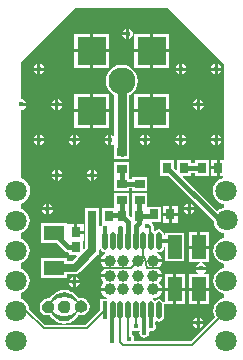
<source format=gtl>
%FSLAX44Y44*%
%MOMM*%
G71*
G01*
G75*
G04 Layer_Physical_Order=1*
G04 Layer_Color=255*
%ADD10C,0.0586*%
%ADD11R,0.8000X0.9000*%
%ADD12R,0.9000X0.8000*%
%ADD13R,1.2000X2.0000*%
%ADD14R,1.8000X1.3000*%
%ADD15R,0.4500X1.5000*%
%ADD16O,0.4500X1.5000*%
%ADD17C,0.4000*%
%ADD18C,0.2000*%
%ADD19C,0.7000*%
%ADD20C,0.3000*%
%ADD21C,0.5000*%
%ADD22C,0.8000*%
%ADD23R,2.4400X2.4400*%
%ADD24R,2.4400X2.4400*%
%ADD25C,2.3000*%
%ADD26C,1.8000*%
%ADD27C,1.0000*%
%ADD28C,0.4000*%
%ADD29C,0.5000*%
G36*
X86601Y248992D02*
Y168330D01*
X83200D01*
Y161290D01*
Y154250D01*
X86171D01*
X86237Y153250D01*
X85728Y153183D01*
X82921Y152020D01*
X80510Y150170D01*
X78660Y147760D01*
X77497Y144953D01*
X77101Y141940D01*
X77497Y138927D01*
X78660Y136120D01*
X80510Y133710D01*
X82921Y131860D01*
X85728Y130697D01*
X86601Y130582D01*
Y127632D01*
X86028Y127557D01*
X83353Y126448D01*
X81055Y124685D01*
X80943Y124678D01*
X51755Y153866D01*
X52137Y154790D01*
X58720D01*
Y157212D01*
X61930D01*
Y154790D01*
X73930D01*
Y167790D01*
X61930D01*
Y165368D01*
X58720D01*
Y167790D01*
X46720D01*
Y160207D01*
X45796Y159825D01*
X44720Y160901D01*
Y167790D01*
X32720D01*
Y154790D01*
X39295D01*
X77890Y116195D01*
X78183Y113968D01*
X79292Y111293D01*
X81055Y108995D01*
X83353Y107232D01*
X86028Y106123D01*
X86601Y106048D01*
Y101953D01*
X85869Y101857D01*
X83193Y100749D01*
X80895Y98985D01*
X79132Y96687D01*
X78023Y94012D01*
X77645Y91140D01*
X78023Y88268D01*
X79132Y85593D01*
X80895Y83295D01*
X83193Y81532D01*
X85869Y80423D01*
X86601Y80327D01*
Y76553D01*
X85869Y76457D01*
X83193Y75349D01*
X80895Y73585D01*
X79132Y71287D01*
X78023Y68612D01*
X77860Y67370D01*
X77683Y67106D01*
X77411Y65740D01*
X77683Y64374D01*
X77860Y64110D01*
X78023Y62868D01*
X79132Y60193D01*
X80895Y57895D01*
X83193Y56132D01*
X85869Y55023D01*
X86601Y54927D01*
Y51153D01*
X85869Y51057D01*
X83193Y49949D01*
X80895Y48185D01*
X79132Y45887D01*
X78023Y43212D01*
X77645Y40340D01*
X78023Y37469D01*
X79054Y34980D01*
X58513Y14439D01*
X10761D01*
X10178Y15439D01*
X10428Y16700D01*
X10118Y18261D01*
X9234Y19584D01*
X8589Y20015D01*
Y23627D01*
X9589Y24160D01*
X10469Y23572D01*
X12030Y23262D01*
X13591Y23572D01*
X13829Y23731D01*
X15102Y23433D01*
X15282Y23151D01*
X14972Y21590D01*
X15282Y20029D01*
X16166Y18706D01*
X17489Y17822D01*
X19050Y17512D01*
X20611Y17822D01*
X21934Y18706D01*
X22818Y20029D01*
X23128Y21590D01*
X22961Y22431D01*
X23067Y22606D01*
X23828Y23201D01*
X25030Y22962D01*
X26591Y23272D01*
X27914Y24156D01*
X28798Y25479D01*
X29108Y27040D01*
X28798Y28601D01*
X28599Y28899D01*
Y31177D01*
X29481Y31648D01*
X29872Y31387D01*
X31530Y31057D01*
X33188Y31387D01*
X34594Y32326D01*
X35533Y33732D01*
X35863Y35390D01*
Y45349D01*
X36225Y45991D01*
X36829Y46160D01*
X43590D01*
Y57430D01*
X36320D01*
Y48171D01*
X35320Y47868D01*
X34594Y48954D01*
X33188Y49893D01*
X31530Y50223D01*
X29872Y49893D01*
X29040Y49338D01*
X28280Y49029D01*
X27520Y49338D01*
X26788Y49827D01*
X26770Y50226D01*
X26922Y50848D01*
X28638Y51074D01*
X30473Y51834D01*
X32048Y53042D01*
X33256Y54618D01*
X34016Y56452D01*
X34108Y57150D01*
X26670D01*
Y59690D01*
X34108D01*
X34016Y60388D01*
X33256Y62222D01*
X32048Y63798D01*
Y64472D01*
X33256Y66048D01*
X34016Y67882D01*
X34108Y68580D01*
X26670D01*
Y71120D01*
X34108D01*
X34016Y71818D01*
X33256Y73653D01*
X32048Y75228D01*
X31432Y75700D01*
Y76700D01*
X32048Y77172D01*
X33256Y78748D01*
X34016Y80582D01*
X34108Y81280D01*
X26670D01*
Y83820D01*
X34108D01*
X34016Y84518D01*
X33256Y86353D01*
X32048Y87928D01*
X30473Y89136D01*
X29955Y89350D01*
X30247Y90312D01*
X31530Y90057D01*
X33188Y90387D01*
X34594Y91326D01*
X35533Y92732D01*
X35863Y94390D01*
X36860Y94382D01*
Y82200D01*
X52860D01*
Y105845D01*
Y106200D01*
X36860D01*
Y104898D01*
X35863Y104890D01*
X35533Y106548D01*
X34594Y107954D01*
X33188Y108893D01*
X31530Y109223D01*
X29872Y108893D01*
X28466Y107954D01*
X28094D01*
X27189Y108559D01*
Y111760D01*
X26956Y112930D01*
X26293Y113923D01*
X25549Y114420D01*
X25843Y115420D01*
X33290D01*
Y128420D01*
X21740D01*
Y139970D01*
X8740D01*
Y127970D01*
X8740Y127970D01*
D01*
X8740Y127970D01*
X8620Y127150D01*
X8620D01*
X8620Y127150D01*
X8620D01*
X8620Y127020D01*
Y119832D01*
X7620Y119418D01*
X6620Y120418D01*
Y127020D01*
X6620Y127150D01*
X6620D01*
X6620Y127150D01*
X6620D01*
X6500Y127970D01*
Y127970D01*
X6500D01*
X6500Y127970D01*
Y139970D01*
X-6500D01*
Y127970D01*
X-6500Y127970D01*
X-6500D01*
X-6500Y127970D01*
X-6934Y127150D01*
X-16780D01*
Y114150D01*
X-16780Y114150D01*
X-16955Y113223D01*
X-17738Y112051D01*
X-17750Y111990D01*
X-18750Y112088D01*
Y113162D01*
X-18750Y113180D01*
X-18750D01*
X-18780Y114150D01*
X-18780Y114150D01*
Y127150D01*
X-30780D01*
Y114168D01*
X-30780Y114150D01*
X-30780D01*
X-30750Y113180D01*
X-30750Y113180D01*
Y100180D01*
Y93632D01*
X-31826Y92556D01*
X-32750Y92939D01*
Y99640D01*
X-32210D01*
Y105410D01*
X-38750D01*
Y106680D01*
X-40020D01*
Y113720D01*
X-45290D01*
X-45290Y113720D01*
Y113720D01*
X-45290Y113720D01*
X-46150Y114058D01*
Y114440D01*
X-68150D01*
Y97440D01*
X-54418D01*
X-48074Y91096D01*
X-48074Y91096D01*
X-46751Y90212D01*
X-46492Y90161D01*
X-45190Y89902D01*
X-44750Y89085D01*
Y87480D01*
X-38209D01*
X-37826Y86556D01*
X-41835Y82548D01*
X-46150D01*
Y85440D01*
X-68150D01*
Y68440D01*
X-46150D01*
Y71332D01*
X-39512D01*
X-37366Y71759D01*
X-35547Y72975D01*
X-21041Y87480D01*
X-18750D01*
Y92094D01*
X-17750Y92397D01*
X-17034Y91326D01*
X-15628Y90387D01*
X-14229Y90108D01*
X-14006Y89296D01*
X-13997Y89109D01*
X-15538Y87928D01*
X-16746Y86353D01*
X-17506Y84518D01*
X-17598Y83820D01*
X-10160D01*
Y81280D01*
X-17598D01*
X-17506Y80582D01*
X-16746Y78748D01*
X-15538Y77172D01*
X-14922Y76700D01*
Y75700D01*
X-15538Y75228D01*
X-16746Y73653D01*
X-17506Y71818D01*
X-17598Y71120D01*
X-10160D01*
Y68580D01*
X-17598D01*
X-17506Y67882D01*
X-16746Y66048D01*
X-15538Y64472D01*
Y63798D01*
X-16746Y62222D01*
X-17506Y60388D01*
X-17598Y59690D01*
X-10160D01*
Y57150D01*
X-17598D01*
X-17506Y56452D01*
X-16746Y54618D01*
X-15538Y53042D01*
X-13963Y51834D01*
X-12128Y51074D01*
X-12358Y50140D01*
X-18220D01*
Y40716D01*
X-30477Y28459D01*
X-64773D01*
X-78144Y41830D01*
X-78326Y43212D01*
X-79434Y45887D01*
X-81198Y48185D01*
X-83496Y49949D01*
X-85331Y50709D01*
Y55378D01*
X-83512Y56132D01*
X-81215Y57895D01*
X-79451Y60193D01*
X-78343Y62868D01*
X-77965Y65740D01*
X-78343Y68612D01*
X-79451Y71287D01*
X-81215Y73585D01*
X-83512Y75349D01*
X-85331Y76102D01*
Y80778D01*
X-83512Y81532D01*
X-81215Y83295D01*
X-79451Y85593D01*
X-78343Y88268D01*
X-77965Y91140D01*
X-78343Y94012D01*
X-79451Y96687D01*
X-81215Y98985D01*
X-83512Y100749D01*
X-85331Y101502D01*
Y106178D01*
X-83512Y106932D01*
X-81215Y108695D01*
X-79451Y110993D01*
X-78343Y113668D01*
X-77965Y116540D01*
X-78343Y119412D01*
X-79451Y122087D01*
X-81215Y124385D01*
X-83512Y126149D01*
X-85331Y126902D01*
Y130994D01*
X-83240Y131860D01*
X-80829Y133710D01*
X-78980Y136120D01*
X-77817Y138927D01*
X-77420Y141940D01*
X-77817Y144953D01*
X-78980Y147760D01*
X-80829Y150170D01*
X-83240Y152020D01*
X-85331Y152886D01*
Y158750D01*
Y210099D01*
X-85000Y210371D01*
X-83229Y210723D01*
X-81727Y211726D01*
X-80724Y213228D01*
X-80624Y213730D01*
X-85000D01*
Y216270D01*
X-80624D01*
X-80724Y216771D01*
X-81727Y218273D01*
X-83229Y219276D01*
X-85000Y219629D01*
X-85331Y219900D01*
Y250622D01*
X-39522Y296431D01*
X39162D01*
X86601Y248992D01*
D02*
G37*
%LPC*%
G36*
X-26270Y153730D02*
X-29376D01*
X-29277Y153228D01*
X-28273Y151727D01*
X-26772Y150723D01*
X-26270Y150623D01*
Y153730D01*
D02*
G37*
G36*
X-50624D02*
X-53730D01*
Y150623D01*
X-53229Y150723D01*
X-51727Y151727D01*
X-50724Y153228D01*
X-50624Y153730D01*
D02*
G37*
G36*
X-20624D02*
X-23730D01*
Y150623D01*
X-23229Y150723D01*
X-21727Y151727D01*
X-20724Y153228D01*
X-20624Y153730D01*
D02*
G37*
G36*
X-56270Y159376D02*
X-56772Y159276D01*
X-58273Y158273D01*
X-59277Y156771D01*
X-59377Y156270D01*
X-56270D01*
Y159376D01*
D02*
G37*
G36*
X80660Y160020D02*
X75390D01*
Y154250D01*
X80660D01*
Y160020D01*
D02*
G37*
G36*
X-56270Y153730D02*
X-59377D01*
X-59277Y153228D01*
X-58273Y151727D01*
X-56772Y150723D01*
X-56270Y150623D01*
Y153730D01*
D02*
G37*
G36*
X-61510Y130896D02*
Y127790D01*
X-58404D01*
X-58503Y128291D01*
X-59507Y129793D01*
X-61009Y130797D01*
X-61510Y130896D01*
D02*
G37*
G36*
X-64050D02*
X-64551Y130797D01*
X-66053Y129793D01*
X-67057Y128291D01*
X-67156Y127790D01*
X-64050D01*
Y130896D01*
D02*
G37*
G36*
X47830Y128960D02*
X42560D01*
Y123190D01*
X47830D01*
Y128960D01*
D02*
G37*
G36*
X6500Y166640D02*
X-6500D01*
Y154640D01*
X-6500D01*
Y153970D01*
X-6500D01*
Y141970D01*
X6500D01*
Y143892D01*
X8740D01*
Y141970D01*
X21740D01*
Y153970D01*
X8740D01*
Y152048D01*
X6500D01*
Y153970D01*
X6500D01*
Y154640D01*
X6500D01*
Y166640D01*
D02*
G37*
G36*
X58490Y130896D02*
Y127790D01*
X61596D01*
X61497Y128291D01*
X60493Y129793D01*
X58991Y130797D01*
X58490Y130896D01*
D02*
G37*
G36*
X55950D02*
X55449Y130797D01*
X53947Y129793D01*
X52943Y128291D01*
X52844Y127790D01*
X55950D01*
Y130896D01*
D02*
G37*
G36*
X18730Y183730D02*
X15624D01*
X15723Y183228D01*
X16727Y181726D01*
X18228Y180723D01*
X18730Y180623D01*
Y183730D01*
D02*
G37*
G36*
X-11270D02*
X-14376D01*
X-14277Y183228D01*
X-13273Y181726D01*
X-11772Y180723D01*
X-11270Y180623D01*
Y183730D01*
D02*
G37*
G36*
X-35624D02*
X-38730D01*
Y180623D01*
X-38229Y180723D01*
X-36727Y181726D01*
X-35724Y183228D01*
X-35624Y183730D01*
D02*
G37*
G36*
X54376D02*
X51270D01*
Y180623D01*
X51771Y180723D01*
X53273Y181726D01*
X54276Y183228D01*
X54376Y183730D01*
D02*
G37*
G36*
X48730D02*
X45623D01*
X45723Y183228D01*
X46727Y181726D01*
X48228Y180723D01*
X48730Y180623D01*
Y183730D01*
D02*
G37*
G36*
X24376D02*
X21270D01*
Y180623D01*
X21771Y180723D01*
X23273Y181726D01*
X24276Y183228D01*
X24376Y183730D01*
D02*
G37*
G36*
X-41270D02*
X-44377D01*
X-44277Y183228D01*
X-43273Y181726D01*
X-41772Y180723D01*
X-41270Y180623D01*
Y183730D01*
D02*
G37*
G36*
X-23730Y159376D02*
Y156270D01*
X-20624D01*
X-20724Y156771D01*
X-21727Y158273D01*
X-23229Y159276D01*
X-23730Y159376D01*
D02*
G37*
G36*
X-26270D02*
X-26772Y159276D01*
X-28273Y158273D01*
X-29277Y156771D01*
X-29376Y156270D01*
X-26270D01*
Y159376D01*
D02*
G37*
G36*
X-53730D02*
Y156270D01*
X-50624D01*
X-50724Y156771D01*
X-51727Y158273D01*
X-53229Y159276D01*
X-53730Y159376D01*
D02*
G37*
G36*
X-65624Y183730D02*
X-68730D01*
Y180623D01*
X-68229Y180723D01*
X-66727Y181726D01*
X-65724Y183228D01*
X-65624Y183730D01*
D02*
G37*
G36*
X-71270D02*
X-74377D01*
X-74277Y183228D01*
X-73273Y181726D01*
X-71772Y180723D01*
X-71270Y180623D01*
Y183730D01*
D02*
G37*
G36*
X80660Y168330D02*
X75390D01*
Y162560D01*
X80660D01*
Y168330D01*
D02*
G37*
G36*
X53400Y71240D02*
X46130D01*
Y59970D01*
X53400D01*
Y71240D01*
D02*
G37*
G36*
X43590D02*
X36320D01*
Y59970D01*
X43590D01*
Y71240D01*
D02*
G37*
G36*
X-48232Y57999D02*
X-48438Y57986D01*
X-48499Y57993D01*
X-48560Y57986D01*
X-48765Y57999D01*
X-51879Y57589D01*
X-52074Y57523D01*
X-52135Y57515D01*
X-52192Y57491D01*
X-52393Y57451D01*
X-55296Y56249D01*
X-55467Y56135D01*
X-55524Y56111D01*
X-55573Y56074D01*
X-55757Y55983D01*
X-58249Y54070D01*
X-58385Y53916D01*
X-58433Y53878D01*
X-58471Y53829D01*
X-58626Y53694D01*
X-60538Y51202D01*
X-60629Y51017D01*
X-60666Y50968D01*
X-60690Y50912D01*
X-60804Y50741D01*
X-60822Y50698D01*
X-61781Y50889D01*
X-61781Y50889D01*
X-62178D01*
X-62576D01*
X-62576Y50889D01*
X-64592Y50488D01*
X-65328Y50184D01*
X-65328Y50184D01*
X-67037Y49042D01*
X-67037Y49042D01*
X-67318Y48760D01*
X-67600Y48479D01*
X-67600Y48479D01*
X-68741Y46770D01*
X-68742Y46770D01*
X-68868Y46465D01*
X-69046Y46034D01*
Y46034D01*
X-69447Y44018D01*
X-69447Y44018D01*
Y43620D01*
Y43223D01*
X-69447Y43222D01*
X-69046Y41206D01*
X-68742Y40471D01*
X-68741Y40471D01*
X-67600Y38762D01*
X-67600Y38762D01*
X-67318Y38481D01*
X-67037Y38199D01*
X-67037Y38199D01*
X-65328Y37057D01*
X-65328Y37057D01*
X-65023Y36931D01*
X-64592Y36753D01*
X-64592D01*
X-62576Y36352D01*
X-62576Y36352D01*
X-62178D01*
X-61781D01*
X-61781Y36352D01*
X-60812Y36544D01*
X-60805Y36526D01*
X-60767Y36477D01*
X-60676Y36293D01*
X-58764Y33801D01*
X-58609Y33665D01*
X-58572Y33616D01*
X-58523Y33579D01*
X-58388Y33424D01*
X-55895Y31512D01*
X-55711Y31421D01*
X-55662Y31384D01*
X-55605Y31360D01*
X-55434Y31246D01*
X-52532Y30043D01*
X-52330Y30003D01*
X-52274Y29980D01*
X-52212Y29972D01*
X-52018Y29906D01*
X-48903Y29496D01*
X-48698Y29509D01*
X-48637Y29501D01*
X-48576Y29509D01*
X-48371Y29496D01*
X-45256Y29906D01*
X-45062Y29972D01*
X-45001Y29980D01*
X-44944Y30003D01*
X-44742Y30043D01*
X-41840Y31246D01*
X-41669Y31360D01*
X-41612Y31384D01*
X-41563Y31421D01*
X-41379Y31512D01*
X-38886Y33424D01*
X-38751Y33579D01*
X-38702Y33616D01*
X-38665Y33665D01*
X-38510Y33801D01*
X-36598Y36293D01*
X-36507Y36477D01*
X-36469Y36526D01*
X-36446Y36583D01*
X-36331Y36754D01*
X-36266Y36912D01*
X-34788Y36618D01*
X-34788Y36618D01*
X-34390D01*
X-33992D01*
X-33992Y36618D01*
X-31976Y37019D01*
X-31241Y37324D01*
X-31241Y37324D01*
X-29531Y38466D01*
X-29531Y38466D01*
X-29250Y38747D01*
X-28969Y39028D01*
X-28969Y39028D01*
X-27827Y40738D01*
X-27827Y40738D01*
X-27701Y41042D01*
X-27522Y41473D01*
Y41473D01*
X-27121Y43489D01*
X-27121Y43489D01*
Y43887D01*
Y44285D01*
X-27121Y44285D01*
X-27522Y46301D01*
X-27827Y47036D01*
X-27827Y47036D01*
X-28969Y48745D01*
X-28969Y48745D01*
X-29250Y49027D01*
X-29531Y49308D01*
X-29531Y49308D01*
X-31241Y50450D01*
X-31241Y50450D01*
X-31545Y50576D01*
X-31976Y50754D01*
X-31976D01*
X-33992Y51156D01*
X-33992Y51156D01*
X-34390D01*
X-34788D01*
X-34788Y51156D01*
X-36273Y50860D01*
X-36307Y50912D01*
X-36331Y50968D01*
X-36368Y51017D01*
X-36459Y51202D01*
X-38372Y53694D01*
X-38526Y53829D01*
X-38564Y53878D01*
X-38613Y53916D01*
X-38748Y54070D01*
X-41240Y55983D01*
X-41425Y56074D01*
X-41473Y56111D01*
X-41530Y56135D01*
X-41701Y56249D01*
X-44604Y57451D01*
X-44805Y57491D01*
X-44862Y57515D01*
X-44923Y57523D01*
X-45118Y57589D01*
X-48232Y57999D01*
D02*
G37*
G36*
X-35624Y63730D02*
X-38730D01*
Y60623D01*
X-38229Y60723D01*
X-36727Y61727D01*
X-35724Y63228D01*
X-35624Y63730D01*
D02*
G37*
G36*
X-41270D02*
X-44377D01*
X-44277Y63228D01*
X-43273Y61727D01*
X-41772Y60723D01*
X-41270Y60623D01*
Y63730D01*
D02*
G37*
G36*
X71686Y74930D02*
X62934D01*
X63033Y74429D01*
X64037Y72927D01*
X65065Y72240D01*
X64761Y71240D01*
X56820D01*
Y59970D01*
X73900D01*
Y71240D01*
X69859D01*
X69555Y72240D01*
X70583Y72927D01*
X71587Y74429D01*
X71686Y74930D01*
D02*
G37*
G36*
X73900Y57430D02*
X66630D01*
Y46160D01*
X73900D01*
Y57430D01*
D02*
G37*
G36*
X63570Y34376D02*
X63069Y34277D01*
X61567Y33273D01*
X60563Y31771D01*
X60464Y31270D01*
X63570D01*
Y34376D01*
D02*
G37*
G36*
X69216Y28730D02*
X66110D01*
Y25624D01*
X66611Y25723D01*
X68113Y26727D01*
X69117Y28229D01*
X69216Y28730D01*
D02*
G37*
G36*
X63570D02*
X60464D01*
X60563Y28229D01*
X61567Y26727D01*
X63069Y25723D01*
X63570Y25624D01*
Y28730D01*
D02*
G37*
G36*
X64090Y57430D02*
X56820D01*
Y48695D01*
Y48260D01*
Y46160D01*
X64090D01*
Y57430D01*
D02*
G37*
G36*
X53400D02*
X46130D01*
Y46160D01*
X53400D01*
Y48260D01*
Y48695D01*
Y57430D01*
D02*
G37*
G36*
X66110Y34376D02*
Y31270D01*
X69216D01*
X69117Y31771D01*
X68113Y33273D01*
X66611Y34277D01*
X66110Y34376D01*
D02*
G37*
G36*
X-58404Y125250D02*
X-61510D01*
Y122144D01*
X-61009Y122243D01*
X-59507Y123247D01*
X-58503Y124749D01*
X-58404Y125250D01*
D02*
G37*
G36*
X-64050D02*
X-67156D01*
X-67057Y124749D01*
X-66053Y123247D01*
X-64551Y122243D01*
X-64050Y122144D01*
Y125250D01*
D02*
G37*
G36*
X47830Y120650D02*
X42560D01*
Y114880D01*
X47830D01*
Y120650D01*
D02*
G37*
G36*
X40020Y128960D02*
X34750D01*
Y123190D01*
X40020D01*
Y128960D01*
D02*
G37*
G36*
X61596Y125250D02*
X58490D01*
Y122144D01*
X58991Y122243D01*
X60493Y123247D01*
X61497Y124749D01*
X61596Y125250D01*
D02*
G37*
G36*
X55950D02*
X52844D01*
X52943Y124749D01*
X53947Y123247D01*
X55449Y122243D01*
X55950Y122144D01*
Y125250D01*
D02*
G37*
G36*
X40020Y120650D02*
X34750D01*
Y114880D01*
X40020D01*
Y120650D01*
D02*
G37*
G36*
X73900Y92930D02*
X56820D01*
Y81660D01*
X66362D01*
X66460Y80660D01*
X65539Y80477D01*
X64399Y79715D01*
X64037Y79473D01*
X63033Y77971D01*
X62934Y77470D01*
X71686D01*
X71587Y77971D01*
X70583Y79473D01*
X69081Y80477D01*
X68159Y80660D01*
X68258Y81660D01*
X73900D01*
Y92930D01*
D02*
G37*
G36*
X-38730Y69376D02*
Y66270D01*
X-35624D01*
X-35724Y66771D01*
X-36727Y68273D01*
X-38229Y69276D01*
X-38730Y69376D01*
D02*
G37*
G36*
X-41270D02*
X-41772Y69276D01*
X-43273Y68273D01*
X-44277Y66771D01*
X-44377Y66270D01*
X-41270D01*
Y69376D01*
D02*
G37*
G36*
X-32210Y113720D02*
X-37480D01*
Y107950D01*
X-32210D01*
Y113720D01*
D02*
G37*
G36*
X73900Y106740D02*
X66630D01*
Y95470D01*
X73900D01*
Y106740D01*
D02*
G37*
G36*
X64090D02*
X56820D01*
Y105845D01*
Y95470D01*
X64090D01*
Y106740D01*
D02*
G37*
G36*
X78730Y183730D02*
X75623D01*
X75723Y183228D01*
X76727Y181726D01*
X78228Y180723D01*
X78730Y180623D01*
Y183730D01*
D02*
G37*
G36*
X-26670Y259080D02*
X-40140D01*
Y245610D01*
X-26670D01*
Y259080D01*
D02*
G37*
G36*
X84376Y243730D02*
X81270D01*
Y240623D01*
X81771Y240723D01*
X83273Y241726D01*
X84276Y243228D01*
X84376Y243730D01*
D02*
G37*
G36*
X78730D02*
X75623D01*
X75723Y243228D01*
X76727Y241726D01*
X78228Y240723D01*
X78730Y240623D01*
Y243730D01*
D02*
G37*
G36*
X40140Y259080D02*
X26670D01*
Y245610D01*
X40140D01*
Y259080D01*
D02*
G37*
G36*
X24130D02*
X10660D01*
Y245610D01*
X24130D01*
Y259080D01*
D02*
G37*
G36*
X-10660D02*
X-24130D01*
Y245610D01*
X-10660D01*
Y259080D01*
D02*
G37*
G36*
X54376Y243730D02*
X51270D01*
Y240623D01*
X51771Y240723D01*
X53273Y241726D01*
X54276Y243228D01*
X54376Y243730D01*
D02*
G37*
G36*
X66270Y219376D02*
Y216270D01*
X69376D01*
X69276Y216771D01*
X68273Y218273D01*
X66771Y219276D01*
X66270Y219376D01*
D02*
G37*
G36*
X63730D02*
X63228Y219276D01*
X61727Y218273D01*
X60723Y216771D01*
X60623Y216270D01*
X63730D01*
Y219376D01*
D02*
G37*
G36*
X-53730D02*
Y216270D01*
X-50624D01*
X-50724Y216771D01*
X-51727Y218273D01*
X-53229Y219276D01*
X-53730Y219376D01*
D02*
G37*
G36*
X48730Y243730D02*
X45623D01*
X45723Y243228D01*
X46727Y241726D01*
X48228Y240723D01*
X48730Y240623D01*
Y243730D01*
D02*
G37*
G36*
X-65624D02*
X-68730D01*
Y240623D01*
X-68229Y240723D01*
X-66727Y241726D01*
X-65724Y243228D01*
X-65624Y243730D01*
D02*
G37*
G36*
X-71270D02*
X-74377D01*
X-74277Y243228D01*
X-73273Y241726D01*
X-71772Y240723D01*
X-71270Y240623D01*
Y243730D01*
D02*
G37*
G36*
X40140Y275090D02*
X26670D01*
Y261620D01*
X40140D01*
Y275090D01*
D02*
G37*
G36*
X24130D02*
X10660D01*
Y261620D01*
X24130D01*
Y275090D01*
D02*
G37*
G36*
X-10660D02*
X-24130D01*
Y261620D01*
X-10660D01*
Y275090D01*
D02*
G37*
G36*
X3730Y279376D02*
X3228Y279276D01*
X1727Y278273D01*
X723Y276771D01*
X624Y276270D01*
X3730D01*
Y279376D01*
D02*
G37*
G36*
X6270D02*
Y275000D01*
Y270623D01*
X6771Y270723D01*
X8273Y271726D01*
X9276Y273228D01*
X9629Y275000D01*
X9276Y276771D01*
X8273Y278273D01*
X6771Y279276D01*
X6270Y279376D01*
D02*
G37*
G36*
X3730Y273730D02*
X624D01*
X723Y273228D01*
X1727Y271726D01*
X3228Y270723D01*
X3730Y270623D01*
Y273730D01*
D02*
G37*
G36*
X-26670Y275090D02*
X-40140D01*
Y261620D01*
X-26670D01*
Y275090D01*
D02*
G37*
G36*
X48730Y249376D02*
X48228Y249276D01*
X46727Y248273D01*
X45723Y246771D01*
X45623Y246270D01*
X48730D01*
Y249376D01*
D02*
G37*
G36*
X-68730D02*
Y246270D01*
X-65624D01*
X-65724Y246771D01*
X-66727Y248273D01*
X-68229Y249276D01*
X-68730Y249376D01*
D02*
G37*
G36*
X-71270D02*
X-71772Y249276D01*
X-73273Y248273D01*
X-74277Y246771D01*
X-74377Y246270D01*
X-71270D01*
Y249376D01*
D02*
G37*
G36*
X81270D02*
Y246270D01*
X84376D01*
X84276Y246771D01*
X83273Y248273D01*
X81771Y249276D01*
X81270Y249376D01*
D02*
G37*
G36*
X78730D02*
X78228Y249276D01*
X76727Y248273D01*
X75723Y246771D01*
X75623Y246270D01*
X78730D01*
Y249376D01*
D02*
G37*
G36*
X51270D02*
Y246270D01*
X54376D01*
X54276Y246771D01*
X53273Y248273D01*
X51771Y249276D01*
X51270Y249376D01*
D02*
G37*
G36*
Y189376D02*
Y186270D01*
X54376D01*
X54276Y186771D01*
X53273Y188273D01*
X51771Y189276D01*
X51270Y189376D01*
D02*
G37*
G36*
X48730D02*
X48228Y189276D01*
X46727Y188273D01*
X45723Y186771D01*
X45623Y186270D01*
X48730D01*
Y189376D01*
D02*
G37*
G36*
X21270D02*
Y186270D01*
X24376D01*
X24276Y186771D01*
X23273Y188273D01*
X21771Y189276D01*
X21270Y189376D01*
D02*
G37*
G36*
X0Y248566D02*
X-3524Y248102D01*
X-6808Y246742D01*
X-9628Y244578D01*
X-11792Y241758D01*
X-13153Y238474D01*
X-13616Y234950D01*
X-13153Y231426D01*
X-11792Y228142D01*
X-9628Y225322D01*
X-6808Y223158D01*
X-6118Y222872D01*
Y189024D01*
X-7118Y188534D01*
X-8229Y189276D01*
X-8730Y189376D01*
Y185000D01*
Y180623D01*
X-8229Y180723D01*
X-7118Y181466D01*
X-7028Y181422D01*
X-6500Y180640D01*
Y168640D01*
X-591D01*
X-0Y168522D01*
X591Y168640D01*
X6500D01*
Y180640D01*
X6118D01*
Y222872D01*
X6808Y223158D01*
X9628Y225322D01*
X11792Y228142D01*
X13153Y231426D01*
X13616Y234950D01*
X13153Y238474D01*
X11792Y241758D01*
X9628Y244578D01*
X6808Y246742D01*
X3524Y248102D01*
X0Y248566D01*
D02*
G37*
G36*
X81270Y189376D02*
Y186270D01*
X84376D01*
X84276Y186771D01*
X83273Y188273D01*
X81771Y189276D01*
X81270Y189376D01*
D02*
G37*
G36*
X78730D02*
X78228Y189276D01*
X76727Y188273D01*
X75723Y186771D01*
X75623Y186270D01*
X78730D01*
Y189376D01*
D02*
G37*
G36*
X18730D02*
X18228Y189276D01*
X16727Y188273D01*
X15723Y186771D01*
X15624Y186270D01*
X18730D01*
Y189376D01*
D02*
G37*
G36*
X-68730D02*
Y186270D01*
X-65624D01*
X-65724Y186771D01*
X-66727Y188273D01*
X-68229Y189276D01*
X-68730Y189376D01*
D02*
G37*
G36*
X-71270D02*
X-71772Y189276D01*
X-73273Y188273D01*
X-74277Y186771D01*
X-74377Y186270D01*
X-71270D01*
Y189376D01*
D02*
G37*
G36*
X84376Y183730D02*
X81270D01*
Y180623D01*
X81771Y180723D01*
X83273Y181726D01*
X84276Y183228D01*
X84376Y183730D01*
D02*
G37*
G36*
X-11270Y189376D02*
X-11772Y189276D01*
X-13273Y188273D01*
X-14277Y186771D01*
X-14376Y186270D01*
X-11270D01*
Y189376D01*
D02*
G37*
G36*
X-38730D02*
Y186270D01*
X-35624D01*
X-35724Y186771D01*
X-36727Y188273D01*
X-38229Y189276D01*
X-38730Y189376D01*
D02*
G37*
G36*
X-41270D02*
X-41772Y189276D01*
X-43273Y188273D01*
X-44277Y186771D01*
X-44377Y186270D01*
X-41270D01*
Y189376D01*
D02*
G37*
G36*
X-26670Y224290D02*
X-40140D01*
Y210820D01*
X-26670D01*
Y224290D01*
D02*
G37*
G36*
X69376Y213730D02*
X66270D01*
Y210623D01*
X66771Y210723D01*
X68273Y211726D01*
X69276Y213228D01*
X69376Y213730D01*
D02*
G37*
G36*
X63730D02*
X60623D01*
X60723Y213228D01*
X61727Y211726D01*
X63228Y210723D01*
X63730Y210623D01*
Y213730D01*
D02*
G37*
G36*
X-10660Y224290D02*
X-24130D01*
Y210820D01*
X-10660D01*
Y224290D01*
D02*
G37*
G36*
X-56270Y219376D02*
X-56772Y219276D01*
X-58273Y218273D01*
X-59277Y216771D01*
X-59377Y216270D01*
X-56270D01*
Y219376D01*
D02*
G37*
G36*
X40140Y224290D02*
X26670D01*
Y210820D01*
X40140D01*
Y224290D01*
D02*
G37*
G36*
X24130D02*
X10660D01*
Y210820D01*
X24130D01*
Y224290D01*
D02*
G37*
G36*
X-10660Y208280D02*
X-24130D01*
Y194810D01*
X-10660D01*
Y208280D01*
D02*
G37*
G36*
X24130D02*
X10660D01*
Y194810D01*
X24130D01*
Y208280D01*
D02*
G37*
G36*
X40140D02*
X26670D01*
Y194810D01*
X40140D01*
Y208280D01*
D02*
G37*
G36*
X-26670D02*
X-40140D01*
Y194810D01*
X-26670D01*
Y208280D01*
D02*
G37*
G36*
X-50624Y213730D02*
X-53730D01*
Y210623D01*
X-53229Y210723D01*
X-51727Y211726D01*
X-50724Y213228D01*
X-50624Y213730D01*
D02*
G37*
G36*
X-56270D02*
X-59377D01*
X-59277Y213228D01*
X-58273Y211726D01*
X-56772Y210723D01*
X-56270Y210623D01*
Y213730D01*
D02*
G37*
%LPD*%
G36*
X-45384Y55567D02*
X-42482Y54365D01*
X-39989Y52453D01*
X-38077Y49960D01*
X-37436Y48413D01*
X-37436Y48412D01*
X-37391Y48302D01*
X-37484Y48078D01*
X-37545Y48052D01*
X-37547Y48054D01*
X-37546Y48055D01*
X-37548Y48056D01*
X-37547Y48054D01*
X-37579Y47976D01*
X-37804Y47883D01*
X-38019Y47972D01*
X-38005Y47986D01*
X-37982Y48010D01*
X-39918Y49599D01*
X-42567Y51015D01*
X-45441Y51886D01*
X-48429Y52181D01*
X-51418Y51886D01*
X-54292Y51015D01*
X-56940Y49599D01*
X-59132Y47800D01*
X-58453Y47346D01*
X-57311Y45637D01*
X-56910Y43620D01*
X-57311Y41604D01*
X-58453Y39895D01*
X-58864Y39621D01*
X-56987Y38080D01*
X-54338Y36665D01*
X-51464Y35793D01*
X-48475Y35498D01*
X-45487Y35793D01*
X-42613Y36665D01*
X-39964Y38080D01*
X-37737Y39908D01*
X-38115Y40161D01*
X-39257Y41871D01*
X-39659Y43887D01*
X-39257Y45903D01*
X-38115Y47612D01*
X-36406Y48755D01*
X-34390Y49156D01*
X-32374Y48755D01*
X-30664Y47612D01*
X-29522Y45903D01*
X-29121Y43887D01*
X-29522Y41871D01*
X-30664Y40161D01*
X-32374Y39019D01*
X-34390Y38618D01*
X-36406Y39019D01*
X-37242Y39578D01*
X-37229Y39565D01*
X-37381Y39440D01*
X-37413Y39472D01*
X-38215Y37534D01*
X-40128Y35042D01*
X-42620Y33130D01*
X-45522Y31927D01*
X-48637Y31517D01*
X-51752Y31927D01*
X-54654Y33130D01*
X-57146Y35042D01*
X-59059Y37534D01*
X-59693Y39066D01*
X-60162Y38753D01*
X-62178Y38352D01*
X-64195Y38753D01*
X-65904Y39895D01*
X-67046Y41604D01*
X-67447Y43620D01*
X-67046Y45637D01*
X-65904Y47346D01*
X-64195Y48488D01*
X-62178Y48889D01*
X-60162Y48488D01*
X-59667Y48157D01*
X-58920Y49960D01*
X-57008Y52453D01*
X-54516Y54365D01*
X-51613Y55567D01*
X-48499Y55977D01*
X-45384Y55567D01*
D02*
G37*
G36*
X-46575Y48534D02*
X-44865Y47392D01*
X-43723Y45683D01*
X-43322Y43667D01*
X-43723Y41650D01*
X-44865Y39941D01*
X-46575Y38799D01*
X-48591Y38398D01*
X-50607Y38799D01*
X-52316Y39941D01*
X-53458Y41650D01*
X-53860Y43667D01*
X-53458Y45683D01*
X-52316Y47392D01*
X-50607Y48534D01*
X-48591Y48935D01*
X-46575Y48534D01*
D02*
G37*
%LPC*%
G36*
X-37422Y39482D02*
X-37413Y39472D01*
X-37410Y39478D01*
X-37422Y39482D01*
D02*
G37*
%LPD*%
D10*
X-59101Y39478D02*
G03*
X-37490Y39827I10625J11339D01*
G01*
X-37804Y48201D02*
G03*
X-59414Y47853I-10625J-11339D01*
G01*
X-37709Y48302D02*
G03*
X-59447Y47886I-10790J-4359D01*
G01*
X-59427Y39192D02*
G03*
X-37688Y39609I10790J4359D01*
G01*
D11*
X14620Y120650D02*
D03*
X620D02*
D03*
X67930Y161290D02*
D03*
X81930D02*
D03*
X-10780Y120650D02*
D03*
X-24780D02*
D03*
X41290Y121920D02*
D03*
X27290D02*
D03*
X52720Y161290D02*
D03*
X38720D02*
D03*
X-38750Y106680D02*
D03*
X-24750D02*
D03*
X-38750Y93980D02*
D03*
X-24750D02*
D03*
D12*
X15240Y133970D02*
D03*
Y147970D02*
D03*
X0Y174640D02*
D03*
Y160640D02*
D03*
Y147970D02*
D03*
Y133970D02*
D03*
D13*
X44860Y94200D02*
D03*
X65360D02*
D03*
Y58700D02*
D03*
X44860D02*
D03*
D14*
X-57150Y76940D02*
D03*
Y105940D02*
D03*
D15*
X-13970Y40640D02*
D03*
D16*
X-7470D02*
D03*
X-970D02*
D03*
X5530D02*
D03*
X12030D02*
D03*
X18530D02*
D03*
X25030D02*
D03*
X31530D02*
D03*
X-13970Y99640D02*
D03*
X-7470D02*
D03*
X-970D02*
D03*
X5530D02*
D03*
X12030D02*
D03*
X18530D02*
D03*
X25030D02*
D03*
X31530D02*
D03*
D17*
X38720Y161133D02*
X83013Y116840D01*
X38720Y161133D02*
Y161290D01*
X83013Y116840D02*
X88900D01*
X-45190Y93980D02*
X-38750D01*
X-57150Y105940D02*
X-45190Y93980D01*
X-970Y99640D02*
Y110490D01*
X5530Y99640D02*
Y115740D01*
X620Y120650D02*
X5530Y115740D01*
X14620Y120650D02*
X27290D01*
X14620Y133350D02*
X15240Y133970D01*
X14620Y120650D02*
Y133350D01*
X-10160Y121270D02*
X-0D01*
Y133970D01*
X15240Y147970D02*
X15240Y147970D01*
X-0Y147970D02*
X15240D01*
X-0D02*
Y160640D01*
X14620Y114545D02*
Y120650D01*
X12030Y111955D02*
X14620Y114545D01*
X12030Y99640D02*
Y111955D01*
X52720Y161290D02*
X67930D01*
X67930Y161290D01*
D18*
X18530Y87110D02*
X19383Y84068D01*
X21590Y76200D01*
X31608Y76457D01*
X-19050Y76200D02*
X7620D01*
X13970Y82550D01*
X18530Y87110D01*
Y99640D01*
X1320Y11380D02*
X59780D01*
X5530Y15880D02*
Y40640D01*
X12030Y27340D02*
X12700Y26670D01*
X-970Y13670D02*
Y40640D01*
Y13670D02*
X1320Y11380D01*
X59780D02*
X83255Y34855D01*
X12030Y27340D02*
Y40640D01*
X24130Y100540D02*
X25030Y99640D01*
X24130Y100540D02*
Y111760D01*
X5530Y15880D02*
X6350Y16700D01*
X21590Y111760D02*
X24130D01*
X-29210Y25400D02*
X-13970Y40640D01*
X-89043Y40340D02*
X-80980D01*
X-66040Y25400D01*
X-29210D01*
D19*
X-24780Y91672D02*
Y120650D01*
X-57150Y76940D02*
X-39512D01*
X-24780Y91672D01*
D20*
X-13970Y99640D02*
Y110490D01*
X31530Y99640D02*
X39420D01*
X-7920Y40190D02*
X-7470Y40640D01*
X-7920Y14940D02*
Y40190D01*
X18530Y40640D02*
X19050Y40120D01*
Y21590D02*
Y40120D01*
X25030Y27040D02*
Y40640D01*
X88740Y89351D02*
Y91140D01*
X-89060Y63660D02*
Y65740D01*
X80980D02*
X88740D01*
D21*
X-0Y234950D02*
X0Y234950D01*
D22*
X-0Y174640D02*
Y234950D01*
D23*
X-25400Y209550D02*
D03*
Y260350D02*
D03*
D24*
X25400Y209550D02*
D03*
Y260350D02*
D03*
D25*
X0Y234950D02*
D03*
D26*
X-89060Y116540D02*
D03*
Y141940D02*
D03*
X88740Y91140D02*
D03*
X-89060Y14940D02*
D03*
X-89043Y40340D02*
D03*
X-89060Y65740D02*
D03*
Y91140D02*
D03*
X88740Y14964D02*
D03*
Y40340D02*
D03*
Y65740D02*
D03*
Y141940D02*
D03*
X88900Y116840D02*
D03*
D27*
X26670Y69850D02*
D03*
X13970D02*
D03*
Y82550D02*
D03*
X1270Y69850D02*
D03*
X-10160D02*
D03*
Y82550D02*
D03*
X26670Y58420D02*
D03*
X13970D02*
D03*
X-10160D02*
D03*
X1270D02*
D03*
X26670Y82550D02*
D03*
X1270D02*
D03*
D28*
X67310Y76200D02*
D03*
X64840Y30000D02*
D03*
X-970Y109520D02*
D03*
X-7920Y14940D02*
D03*
X19050Y21590D02*
D03*
X12030Y27340D02*
D03*
X-13970Y110490D02*
D03*
X6350Y16700D02*
D03*
X25030Y27040D02*
D03*
X21590Y111760D02*
D03*
X-70000Y185000D02*
D03*
X-85000Y215000D02*
D03*
X-70000Y245000D02*
D03*
X-40000Y65000D02*
D03*
X-55000Y155000D02*
D03*
X-40000Y185000D02*
D03*
X-55000Y215000D02*
D03*
X-25000Y155000D02*
D03*
X-10000Y185000D02*
D03*
X20000D02*
D03*
X5000Y275000D02*
D03*
X50000Y185000D02*
D03*
Y245000D02*
D03*
X80000Y185000D02*
D03*
X65000Y215000D02*
D03*
X80000Y245000D02*
D03*
X57220Y126520D02*
D03*
X-62780D02*
D03*
D29*
X-39512Y76940D02*
D03*
M02*

</source>
